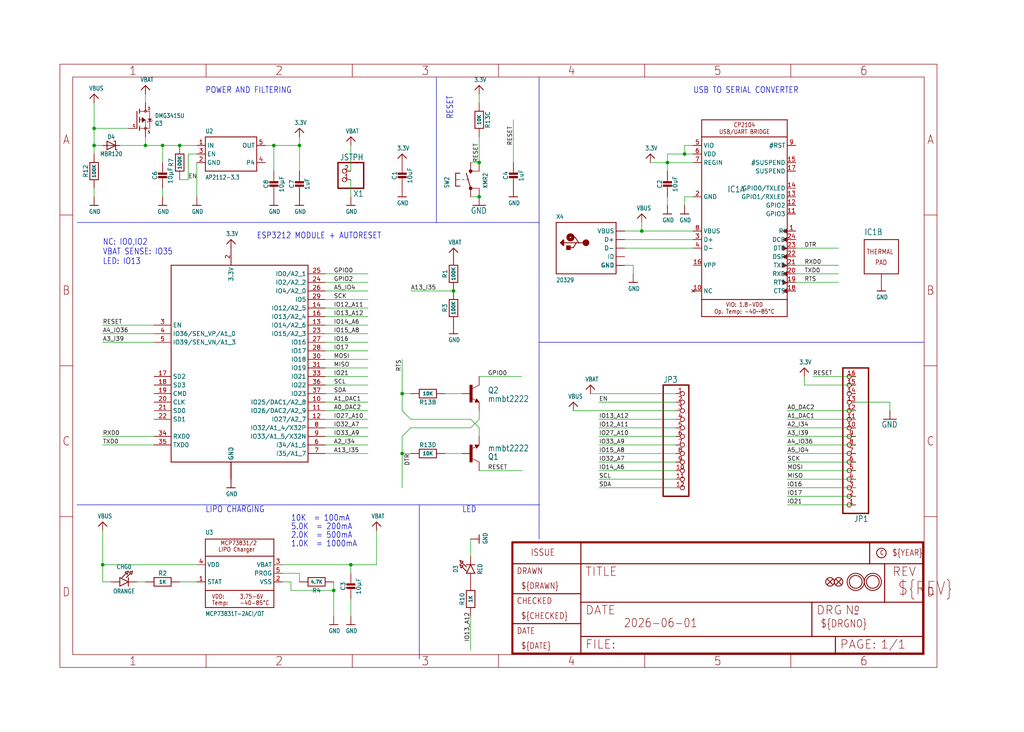
<source format=kicad_sch>
(kicad_sch (version 20230121) (generator eeschema)
  (paper "User" 303.962 217.322)
  (junction (at 99.06 175.26))
  (junction (at 27.94 43.18))
  (junction (at 43.18 43.18))
  (junction (at 203.2 45.72))
  (junction (at 104.14 167.64))
  (junction (at 119.38 134.62))
  (junction (at 81.28 43.18))
  (junction (at 198.12 48.26))
  (junction (at 142.24 58.42))
  (junction (at 88.9 43.18))
  (junction (at 119.38 116.84))
  (junction (at 190.5 68.58))
  (junction (at 48.26 43.18))
  (junction (at 142.24 48.26))
  (junction (at 134.62 86.36))
  (junction (at 27.94 38.1))
  (junction (at 53.34 43.18))
  (junction (at 30.48 167.64))
  (wire (pts (xy 86.36 175.26) (xy 99.06 175.26)) (stroke (width 0.1524)))
  (wire (pts (xy 96.52 83.82) (xy 109.22 83.82)) (stroke (width 0.1524)))
  (wire (pts (xy 139.7 124.46) (xy 121.92 124.46)) (stroke (width 0.1524)))
  (wire (pts (xy 200.66 139.7) (xy 177.8 139.7)) (stroke (width 0.1524)))
  (wire (pts (xy 142.24 121.92) (xy 142.24 124.46)) (stroke (width 0.1524)))
  (polyline (pts (xy 160.02 160.02) (xy 160.02 149.86)) (stroke (width 0.1524) (type solid)))
  (wire (pts (xy 96.52 81.28) (xy 109.22 81.28)) (stroke (width 0.1524)))
  (wire (pts (xy 142.24 40.64) (xy 142.24 48.26)) (stroke (width 0.1524)))
  (wire (pts (xy 254 139.7) (xy 233.68 139.7)) (stroke (width 0.1524)))
  (wire (pts (xy 53.34 53.34) (xy 55.88 53.34)) (stroke (width 0.1524)))
  (wire (pts (xy 200.66 142.24) (xy 177.8 142.24)) (stroke (width 0.1524)))
  (wire (pts (xy 200.66 124.46) (xy 177.8 124.46)) (stroke (width 0.1524)))
  (wire (pts (xy 35.56 43.18) (xy 43.18 43.18)) (stroke (width 0.1524)))
  (wire (pts (xy 81.28 43.18) (xy 88.9 43.18)) (stroke (width 0.1524)))
  (wire (pts (xy 205.74 58.42) (xy 203.2 58.42)) (stroke (width 0.1524)))
  (wire (pts (xy 43.18 27.94) (xy 43.18 30.48)) (stroke (width 0.1524)))
  (wire (pts (xy 198.12 58.42) (xy 198.12 60.96)) (stroke (width 0.1524)))
  (wire (pts (xy 96.52 124.46) (xy 109.22 124.46)) (stroke (width 0.1524)))
  (wire (pts (xy 27.94 58.42) (xy 27.94 55.88)) (stroke (width 0.1524)))
  (wire (pts (xy 81.28 50.8) (xy 81.28 43.18)) (stroke (width 0.1524)))
  (wire (pts (xy 104.14 177.8) (xy 104.14 182.88)) (stroke (width 0.1524)))
  (wire (pts (xy 139.7 165.1) (xy 139.7 160.02)) (stroke (width 0.1524)))
  (wire (pts (xy 254 137.16) (xy 233.68 137.16)) (stroke (width 0.1524)))
  (wire (pts (xy 86.36 172.72) (xy 86.36 175.26)) (stroke (width 0.1524)))
  (wire (pts (xy 78.74 43.18) (xy 81.28 43.18)) (stroke (width 0.1524)))
  (wire (pts (xy 53.34 172.72) (xy 58.42 172.72)) (stroke (width 0.1524)))
  (wire (pts (xy 96.52 127) (xy 109.22 127)) (stroke (width 0.1524)))
  (wire (pts (xy 198.12 45.72) (xy 198.12 48.26)) (stroke (width 0.1524)))
  (wire (pts (xy 88.9 43.18) (xy 88.9 40.64)) (stroke (width 0.1524)))
  (wire (pts (xy 96.52 86.36) (xy 109.22 86.36)) (stroke (width 0.1524)))
  (wire (pts (xy 134.62 86.36) (xy 121.92 86.36)) (stroke (width 0.1524)))
  (wire (pts (xy 200.66 129.54) (xy 177.8 129.54)) (stroke (width 0.1524)))
  (wire (pts (xy 264.16 119.38) (xy 264.16 121.92)) (stroke (width 0.1524)))
  (wire (pts (xy 40.64 172.72) (xy 43.18 172.72)) (stroke (width 0.1524)))
  (wire (pts (xy 27.94 45.72) (xy 27.94 43.18)) (stroke (width 0.1524)))
  (wire (pts (xy 233.68 147.32) (xy 254 147.32)) (stroke (width 0.1524)))
  (wire (pts (xy 96.52 121.92) (xy 109.22 121.92)) (stroke (width 0.1524)))
  (polyline (pts (xy 22.86 66.04) (xy 129.54 66.04)) (stroke (width 0.1524) (type solid)))
  (wire (pts (xy 96.52 99.06) (xy 109.22 99.06)) (stroke (width 0.1524)))
  (wire (pts (xy 236.22 78.74) (xy 248.92 78.74)) (stroke (width 0.1524)))
  (wire (pts (xy 83.82 167.64) (xy 104.14 167.64)) (stroke (width 0.1524)))
  (wire (pts (xy 254 124.46) (xy 233.68 124.46)) (stroke (width 0.1524)))
  (wire (pts (xy 27.94 43.18) (xy 27.94 38.1)) (stroke (width 0.1524)))
  (wire (pts (xy 187.96 78.74) (xy 187.96 81.28)) (stroke (width 0.1524)))
  (wire (pts (xy 185.42 68.58) (xy 190.5 68.58)) (stroke (width 0.1524)))
  (wire (pts (xy 254 119.38) (xy 264.16 119.38)) (stroke (width 0.1524)))
  (wire (pts (xy 205.74 43.18) (xy 203.2 43.18)) (stroke (width 0.1524)))
  (wire (pts (xy 96.52 91.44) (xy 109.22 91.44)) (stroke (width 0.1524)))
  (wire (pts (xy 45.72 129.54) (xy 30.48 129.54)) (stroke (width 0.1524)))
  (wire (pts (xy 152.4 48.26) (xy 152.4 35.56)) (stroke (width 0.1524)))
  (polyline (pts (xy 124.46 149.86) (xy 124.46 195.58)) (stroke (width 0.1524) (type solid)))
  (wire (pts (xy 254 134.62) (xy 233.68 134.62)) (stroke (width 0.1524)))
  (wire (pts (xy 142.24 129.54) (xy 142.24 127)) (stroke (width 0.1524)))
  (wire (pts (xy 254 121.92) (xy 233.68 121.92)) (stroke (width 0.1524)))
  (wire (pts (xy 254 149.86) (xy 233.68 149.86)) (stroke (width 0.1524)))
  (wire (pts (xy 142.24 27.94) (xy 142.24 30.48)) (stroke (width 0.1524)))
  (wire (pts (xy 30.48 132.08) (xy 45.72 132.08)) (stroke (width 0.1524)))
  (wire (pts (xy 96.52 132.08) (xy 109.22 132.08)) (stroke (width 0.1524)))
  (wire (pts (xy 185.42 78.74) (xy 187.96 78.74)) (stroke (width 0.1524)))
  (wire (pts (xy 200.66 121.92) (xy 170.18 121.92)) (stroke (width 0.1524)))
  (wire (pts (xy 185.42 71.12) (xy 205.74 71.12)) (stroke (width 0.1524)))
  (wire (pts (xy 177.8 132.08) (xy 200.66 132.08)) (stroke (width 0.1524)))
  (wire (pts (xy 99.06 175.26) (xy 99.06 182.88)) (stroke (width 0.1524)))
  (wire (pts (xy 203.2 58.42) (xy 203.2 60.96)) (stroke (width 0.1524)))
  (polyline (pts (xy 160.02 66.04) (xy 129.54 66.04)) (stroke (width 0.1524) (type solid)))
  (wire (pts (xy 248.92 83.82) (xy 236.22 83.82)) (stroke (width 0.1524)))
  (polyline (pts (xy 274.32 101.6) (xy 160.02 101.6)) (stroke (width 0.1524) (type solid)))
  (wire (pts (xy 104.14 58.42) (xy 104.14 53.34)) (stroke (width 0.1524)))
  (polyline (pts (xy 160.02 66.04) (xy 160.02 22.86)) (stroke (width 0.1524) (type solid)))
  (wire (pts (xy 177.8 134.62) (xy 200.66 134.62)) (stroke (width 0.1524)))
  (wire (pts (xy 119.38 121.92) (xy 119.38 116.84)) (stroke (width 0.1524)))
  (wire (pts (xy 198.12 48.26) (xy 193.04 48.26)) (stroke (width 0.1524)))
  (wire (pts (xy 185.42 73.66) (xy 205.74 73.66)) (stroke (width 0.1524)))
  (wire (pts (xy 248.92 81.28) (xy 236.22 81.28)) (stroke (width 0.1524)))
  (wire (pts (xy 177.8 119.38) (xy 200.66 119.38)) (stroke (width 0.1524)))
  (polyline (pts (xy 160.02 101.6) (xy 160.02 66.04)) (stroke (width 0.1524) (type solid)))
  (wire (pts (xy 109.22 109.22) (xy 96.52 109.22)) (stroke (width 0.1524)))
  (wire (pts (xy 96.52 106.68) (xy 109.22 106.68)) (stroke (width 0.1524)))
  (wire (pts (xy 96.52 88.9) (xy 109.22 88.9)) (stroke (width 0.1524)))
  (wire (pts (xy 254 132.08) (xy 233.68 132.08)) (stroke (width 0.1524)))
  (wire (pts (xy 83.82 170.18) (xy 88.9 170.18)) (stroke (width 0.1524)))
  (wire (pts (xy 238.76 114.3) (xy 254 114.3)) (stroke (width 0.1524)))
  (wire (pts (xy 254 127) (xy 233.68 127)) (stroke (width 0.1524)))
  (wire (pts (xy 96.52 111.76) (xy 109.22 111.76)) (stroke (width 0.1524)))
  (wire (pts (xy 30.48 157.48) (xy 30.48 167.64)) (stroke (width 0.1524)))
  (wire (pts (xy 177.8 127) (xy 200.66 127)) (stroke (width 0.1524)))
  (wire (pts (xy 238.76 111.76) (xy 238.76 114.3)) (stroke (width 0.1524)))
  (wire (pts (xy 111.76 157.48) (xy 111.76 167.64)) (stroke (width 0.1524)))
  (wire (pts (xy 236.22 73.66) (xy 248.92 73.66)) (stroke (width 0.1524)))
  (wire (pts (xy 104.14 43.18) (xy 104.14 50.8)) (stroke (width 0.1524)))
  (wire (pts (xy 205.74 45.72) (xy 203.2 45.72)) (stroke (width 0.1524)))
  (wire (pts (xy 119.38 116.84) (xy 121.92 116.84)) (stroke (width 0.1524)))
  (wire (pts (xy 233.68 142.24) (xy 254 142.24)) (stroke (width 0.1524)))
  (wire (pts (xy 190.5 68.58) (xy 190.5 66.04)) (stroke (width 0.1524)))
  (wire (pts (xy 96.52 96.52) (xy 109.22 96.52)) (stroke (width 0.1524)))
  (wire (pts (xy 55.88 53.34) (xy 55.88 45.72)) (stroke (width 0.1524)))
  (wire (pts (xy 96.52 134.62) (xy 109.22 134.62)) (stroke (width 0.1524)))
  (wire (pts (xy 177.8 137.16) (xy 200.66 137.16)) (stroke (width 0.1524)))
  (wire (pts (xy 190.5 68.58) (xy 205.74 68.58)) (stroke (width 0.1524)))
  (wire (pts (xy 30.48 43.18) (xy 27.94 43.18)) (stroke (width 0.1524)))
  (wire (pts (xy 198.12 48.26) (xy 198.12 50.8)) (stroke (width 0.1524)))
  (wire (pts (xy 119.38 134.62) (xy 121.92 134.62)) (stroke (width 0.1524)))
  (wire (pts (xy 30.48 172.72) (xy 30.48 167.64)) (stroke (width 0.1524)))
  (wire (pts (xy 233.68 129.54) (xy 254 129.54)) (stroke (width 0.1524)))
  (wire (pts (xy 121.92 124.46) (xy 119.38 121.92)) (stroke (width 0.1524)))
  (wire (pts (xy 58.42 48.26) (xy 58.42 58.42)) (stroke (width 0.1524)))
  (wire (pts (xy 109.22 104.14) (xy 96.52 104.14)) (stroke (width 0.1524)))
  (wire (pts (xy 33.02 172.72) (xy 30.48 172.72)) (stroke (width 0.1524)))
  (wire (pts (xy 137.16 134.62) (xy 132.08 134.62)) (stroke (width 0.1524)))
  (wire (pts (xy 88.9 43.18) (xy 88.9 50.8)) (stroke (width 0.1524)))
  (wire (pts (xy 53.34 43.18) (xy 48.26 43.18)) (stroke (width 0.1524)))
  (wire (pts (xy 139.7 182.88) (xy 139.7 193.04)) (stroke (width 0.1524)))
  (wire (pts (xy 205.74 48.26) (xy 198.12 48.26)) (stroke (width 0.1524)))
  (wire (pts (xy 43.18 40.64) (xy 43.18 43.18)) (stroke (width 0.1524)))
  (wire (pts (xy 45.72 96.52) (xy 30.48 96.52)) (stroke (width 0.1524)))
  (polyline (pts (xy 160.02 149.86) (xy 160.02 101.6)) (stroke (width 0.1524) (type solid)))
  (wire (pts (xy 142.24 124.46) (xy 139.7 127)) (stroke (width 0.1524)))
  (wire (pts (xy 45.72 99.06) (xy 30.48 99.06)) (stroke (width 0.1524)))
  (wire (pts (xy 96.52 101.6) (xy 109.22 101.6)) (stroke (width 0.1524)))
  (wire (pts (xy 142.24 48.26) (xy 139.7 48.26)) (stroke (width 0.1524)))
  (wire (pts (xy 43.18 43.18) (xy 48.26 43.18)) (stroke (width 0.1524)))
  (wire (pts (xy 139.7 58.42) (xy 142.24 58.42)) (stroke (width 0.1524)))
  (polyline (pts (xy 160.02 149.86) (xy 124.46 149.86)) (stroke (width 0.1524) (type solid)))
  (wire (pts (xy 132.08 116.84) (xy 137.16 116.84)) (stroke (width 0.1524)))
  (wire (pts (xy 104.14 167.64) (xy 111.76 167.64)) (stroke (width 0.1524)))
  (wire (pts (xy 58.42 43.18) (xy 53.34 43.18)) (stroke (width 0.1524)))
  (wire (pts (xy 96.52 93.98) (xy 109.22 93.98)) (stroke (width 0.1524)))
  (wire (pts (xy 177.8 144.78) (xy 200.66 144.78)) (stroke (width 0.1524)))
  (wire (pts (xy 30.48 101.6) (xy 45.72 101.6)) (stroke (width 0.1524)))
  (wire (pts (xy 38.1 38.1) (xy 27.94 38.1)) (stroke (width 0.1524)))
  (wire (pts (xy 99.06 172.72) (xy 99.06 175.26)) (stroke (width 0.1524)))
  (wire (pts (xy 83.82 172.72) (xy 86.36 172.72)) (stroke (width 0.1524)))
  (wire (pts (xy 139.7 127) (xy 121.92 127)) (stroke (width 0.1524)))
  (wire (pts (xy 254 111.76) (xy 241.3 111.76)) (stroke (width 0.1524)))
  (wire (pts (xy 48.26 43.18) (xy 48.26 48.26)) (stroke (width 0.1524)))
  (wire (pts (xy 119.38 106.68) (xy 119.38 116.84)) (stroke (width 0.1524)))
  (polyline (pts (xy 124.46 149.86) (xy 22.86 149.86)) (stroke (width 0.1524) (type solid)))
  (wire (pts (xy 203.2 43.18) (xy 203.2 45.72)) (stroke (width 0.1524)))
  (wire (pts (xy 96.52 129.54) (xy 109.22 129.54)) (stroke (width 0.1524)))
  (wire (pts (xy 119.38 134.62) (xy 119.38 144.78)) (stroke (width 0.1524)))
  (wire (pts (xy 30.48 167.64) (xy 58.42 167.64)) (stroke (width 0.1524)))
  (wire (pts (xy 48.26 55.88) (xy 48.26 58.42)) (stroke (width 0.1524)))
  (wire (pts (xy 55.88 45.72) (xy 58.42 45.72)) (stroke (width 0.1524)))
  (wire (pts (xy 203.2 45.72) (xy 198.12 45.72)) (stroke (width 0.1524)))
  (wire (pts (xy 142.24 127) (xy 139.7 124.46)) (stroke (width 0.1524)))
  (wire (pts (xy 96.52 116.84) (xy 109.22 116.84)) (stroke (width 0.1524)))
  (wire (pts (xy 121.92 127) (xy 119.38 129.54)) (stroke (width 0.1524)))
  (wire (pts (xy 96.52 114.3) (xy 109.22 114.3)) (stroke (width 0.1524)))
  (polyline (pts (xy 129.54 66.04) (xy 129.54 22.86)) (stroke (width 0.1524) (type solid)))
  (wire (pts (xy 142.24 111.76) (xy 154.94 111.76)) (stroke (width 0.1524)))
  (wire (pts (xy 254 144.78) (xy 233.68 144.78)) (stroke (width 0.1524)))
  (wire (pts (xy 104.14 170.18) (xy 104.14 167.64)) (stroke (width 0.1524)))
  (wire (pts (xy 154.94 139.7) (xy 142.24 139.7)) (stroke (width 0.1524)))
  (wire (pts (xy 88.9 170.18) (xy 88.9 172.72)) (stroke (width 0.1524)))
  (wire (pts (xy 175.26 116.84) (xy 200.66 116.84)) (stroke (width 0.1524)))
  (wire (pts (xy 96.52 119.38) (xy 109.22 119.38)) (stroke (width 0.1524)))
  (wire (pts (xy 27.94 38.1) (xy 27.94 30.48)) (stroke (width 0.1524)))
  (wire (pts (xy 119.38 129.54) (xy 119.38 134.62)) (stroke (width 0.1524)))
  (text "LED" (at 137.16 152.4 0) (effects (font (size 1.778 1.5113)) (justify left bottom)))
  (text "POWER AND FILTERING" (at 60.96 27.94 0) (effects (font (size 1.778 1.5113)) (justify left bottom)))
  (text "2.0K  = 500mA" (at 86.36 160.02 0) (effects (font (size 1.778 1.5113)) (justify left bottom)))
  (text "NC: IO0,IO2\nVBAT SENSE: IO35\nLED: IO13" (at 30.48 78.74 0) (effects (font (size 1.778 1.5113)) (justify left bottom)))
  (text "RESET" (at 134.62 35.56 90) (effects (font (size 1.778 1.5113)) (justify left bottom)))
  (text "ESP3212 MODULE + AUTORESET" (at 76.2 71.12 0) (effects (font (size 1.778 1.5113)) (justify left bottom)))
  (text "5.0K  = 200mA" (at 86.36 157.48 0) (effects (font (size 1.778 1.5113)) (justify left bottom)))
  (text "10K  = 100mA" (at 86.36 154.94 0) (effects (font (size 1.778 1.5113)) (justify left bottom)))
  (text "USB TO SERIAL CONVERTER" (at 205.74 27.94 0) (effects (font (size 1.778 1.5113)) (justify left bottom)))
  (text "1.0K  = 1000mA" (at 86.36 162.56 0) (effects (font (size 1.778 1.5113)) (justify left bottom)))
  (text "LIPO CHARGING" (at 60.96 152.4 0) (effects (font (size 1.778 1.5113)) (justify left bottom)))
  (label "DTR" (at 121.92 134.62 270) (effects (font (size 1.2446 1.2446))))
  (label "IO21" (at 99.06 111.76 0) (effects (font (size 1.2446 1.2446))))
  (label "EN" (at 177.8 119.38 0) (effects (font (size 1.2446 1.2446))))
  (label "MOSI" (at 233.68 139.7 0) (effects (font (size 1.2446 1.2446))))
  (label "MISO" (at 233.68 142.24 0) (effects (font (size 1.2446 1.2446))))
  (label "RESET" (at 142.24 48.26 90) (effects (font (size 1.2446 1.2446))))
  (label "RTS" (at 238.76 83.82 0) (effects (font (size 1.2446 1.2446))))
  (label "TXD0" (at 238.76 81.28 0) (effects (font (size 1.2446 1.2446))))
  (label "IO21" (at 233.68 149.86 0) (effects (font (size 1.2446 1.2446))))
  (label "IO32_A7" (at 177.8 137.16 0) (effects (font (size 1.2446 1.2446))))
  (label "RXD0" (at 30.48 129.54 0) (effects (font (size 1.2446 1.2446))))
  (label "RESET" (at 144.78 139.7 0) (effects (font (size 1.2446 1.2446))))
  (label "GPIO0" (at 144.78 111.76 0) (effects (font (size 1.2446 1.2446))))
  (label "A2_I34" (at 233.68 127 0) (effects (font (size 1.2446 1.2446))))
  (label "IO14_A6" (at 177.8 139.7 0) (effects (font (size 1.2446 1.2446))))
  (label "IO13_A12" (at 139.7 190.5 90) (effects (font (size 1.2446 1.2446))))
  (label "RTS" (at 119.38 106.68 270) (effects (font (size 1.2446 1.2446))))
  (label "DTR" (at 238.76 73.66 0) (effects (font (size 1.2446 1.2446))))
  (label "A2_I34" (at 99.06 132.08 0) (effects (font (size 1.2446 1.2446))))
  (label "A3_I39" (at 233.68 129.54 0) (effects (font (size 1.2446 1.2446))))
  (label "A5_IO4" (at 99.06 86.36 0) (effects (font (size 1.2446 1.2446))))
  (label "SDA" (at 177.8 144.78 0) (effects (font (size 1.2446 1.2446))))
  (label "A4_IO36" (at 30.48 99.06 0) (effects (font (size 1.2446 1.2446))))
  (label "SDA" (at 99.06 116.84 0) (effects (font (size 1.2446 1.2446))))
  (label "IO13_A12" (at 99.06 93.98 0) (effects (font (size 1.2446 1.2446))))
  (label "IO17" (at 99.06 104.14 0) (effects (font (size 1.2446 1.2446))))
  (label "SCL" (at 99.06 114.3 0) (effects (font (size 1.2446 1.2446))))
  (label "A4_IO36" (at 233.68 132.08 0) (effects (font (size 1.2446 1.2446))))
  (label "IO16" (at 233.68 144.78 0) (effects (font (size 1.2446 1.2446))))
  (label "A13_I35" (at 121.92 86.36 0) (effects (font (size 1.2446 1.2446))))
  (label "RXD0" (at 238.76 78.74 0) (effects (font (size 1.2446 1.2446))))
  (label "RESET" (at 152.4 43.18 90) (effects (font (size 1.2446 1.2446))))
  (label "IO15_A8" (at 177.8 134.62 0) (effects (font (size 1.2446 1.2446))))
  (label "TXD0" (at 30.48 132.08 0) (effects (font (size 1.2446 1.2446))))
  (label "A13_I35" (at 99.06 134.62 0) (effects (font (size 1.2446 1.2446))))
  (label "IO17" (at 233.68 147.32 0) (effects (font (size 1.2446 1.2446))))
  (label "IO16" (at 99.06 101.6 0) (effects (font (size 1.2446 1.2446))))
  (label "IO12_A11" (at 177.8 127 0) (effects (font (size 1.2446 1.2446))))
  (label "MOSI" (at 99.06 106.68 0) (effects (font (size 1.2446 1.2446))))
  (label "IO32_A7" (at 99.06 127 0) (effects (font (size 1.2446 1.2446))))
  (label "SCK" (at 233.68 137.16 0) (effects (font (size 1.2446 1.2446))))
  (label "IO15_A8" (at 99.06 99.06 0) (effects (font (size 1.2446 1.2446))))
  (label "IO33_A9" (at 99.06 129.54 0) (effects (font (size 1.2446 1.2446))))
  (label "GPIO2" (at 99.06 83.82 0) (effects (font (size 1.2446 1.2446))))
  (label "A1_DAC1" (at 99.06 119.38 0) (effects (font (size 1.2446 1.2446))))
  (label "SCK" (at 99.06 88.9 0) (effects (font (size 1.2446 1.2446))))
  (label "A0_DAC2" (at 233.68 121.92 0) (effects (font (size 1.2446 1.2446))))
  (label "MISO" (at 99.06 109.22 0) (effects (font (size 1.2446 1.2446))))
  (label "RESET" (at 241.3 111.76 0) (effects (font (size 1.2446 1.2446))))
  (label "IO27_A10" (at 177.8 129.54 0) (effects (font (size 1.2446 1.2446))))
  (label "IO33_A9" (at 177.8 132.08 0) (effects (font (size 1.2446 1.2446))))
  (label "IO12_A11" (at 99.06 91.44 0) (effects (font (size 1.2446 1.2446))))
  (label "A1_DAC1" (at 233.68 124.46 0) (effects (font (size 1.2446 1.2446))))
  (label "GPIO0" (at 99.06 81.28 0) (effects (font (size 1.2446 1.2446))))
  (label "SCL" (at 177.8 142.24 0) (effects (font (size 1.2446 1.2446))))
  (label "A3_I39" (at 30.48 101.6 0) (effects (font (size 1.2446 1.2446))))
  (label "A5_IO4" (at 233.68 134.62 0) (effects (font (size 1.2446 1.2446))))
  (label "EN" (at 55.88 53.34 0) (effects (font (size 1.2446 1.2446))))
  (label "IO13_A12" (at 177.8 124.46 0) (effects (font (size 1.2446 1.2446))))
  (label "RESET" (at 30.48 96.52 0) (effects (font (size 1.2446 1.2446))))
  (label "IO14_A6" (at 99.06 96.52 0) (effects (font (size 1.2446 1.2446))))
  (label "IO27_A10" (at 99.06 124.46 0) (effects (font (size 1.2446 1.2446))))
  (label "A0_DAC2" (at 99.06 121.92 0) (effects (font (size 1.2446 1.2446))))
  (symbol (lib_id "working-eagle-import:FIDUCIAL_1MM") (at 246.38 172.72 0) (unit 1)
    (property "Reference" "U$35" (effects hide))
    (property "Value" "FIDUCIAL_1MM" (effects hide))
    (property "Footprint" "working:FIDUCIAL_1MM" (effects hide))
  )
  (symbol (lib_id "working-eagle-import:MCP73831/2") (at 71.12 170.18 0) (unit 1)
    (property "Reference" "U3" (at 60.96 158.75 0) (effects (font (size 1.27 1.0795)) (justify left bottom)))
    (property "Value" "MCP73831T-2ACI/OT" (at 60.96 182.88 0) (effects (font (size 1.27 1.0795)) (justify left bottom)))
    (property "Footprint" "working:SOT23-5" (effects hide))
  )
  (symbol (lib_id "working-eagle-import:MOUNTINGHOLE2.5") (at 254 172.72 0) (unit 1)
    (property "Reference" "U$31" (effects hide))
    (property "Value" "MOUNTINGHOLE2.5" (effects hide))
    (property "Footprint" "working:MOUNTINGHOLE_2.5_PLATED" (effects hide))
  )
  (symbol (lib_id "working-eagle-import:3.3V") (at 142.24 25.4 0) (unit 1)
    (property "Reference" "#U$5" (effects hide))
    (property "Value" "3.3V" (at 140.716 24.384 0) (effects (font (size 1.27 1.0795)) (justify left bottom)))
  )
  (symbol (lib_id "working-eagle-import:VBAT") (at 175.26 114.3 0) (unit 1)
    (property "Reference" "#U$20" (effects hide))
    (property "Value" "VBAT" (at 173.736 113.284 0) (effects (font (size 1.27 1.0795)) (justify left bottom)))
  )
  (symbol (lib_id "working-eagle-import:GND") (at 187.96 83.82 0) (unit 1)
    (property "Reference" "#U$11" (effects hide))
    (property "Value" "GND" (at 186.436 86.36 0) (effects (font (size 1.27 1.0795)) (justify left bottom)))
  )
  (symbol (lib_id "working-eagle-import:VBUS") (at 30.48 154.94 0) (unit 1)
    (property "Reference" "#U$38" (effects hide))
    (property "Value" "VBUS" (at 28.956 153.924 0) (effects (font (size 1.27 1.0795)) (justify left bottom)))
  )
  (symbol (lib_id "working-eagle-import:RESISTOR_0603_NOOUT") (at 48.26 172.72 0) (unit 1)
    (property "Reference" "R2" (at 48.26 170.18 0))
    (property "Value" "1K" (at 48.26 172.72 0) (effects (font (size 1.016 1.016) bold)))
    (property "Footprint" "working:0603-NO" (effects hide))
  )
  (symbol (lib_id "working-eagle-import:GND") (at 198.12 63.5 0) (unit 1)
    (property "Reference" "#U$17" (effects hide))
    (property "Value" "GND" (at 196.596 66.04 0) (effects (font (size 1.27 1.0795)) (justify left bottom)))
  )
  (symbol (lib_id "working-eagle-import:CAP_CERAMIC0805-NOOUTLINE") (at 48.26 53.34 0) (unit 1)
    (property "Reference" "C6" (at 45.97 52.09 90))
    (property "Value" "10µF" (at 50.56 52.09 90))
    (property "Footprint" "working:0805-NO" (effects hide))
  )
  (symbol (lib_id "working-eagle-import:LED0805_NOOUTLINE") (at 139.7 167.64 90) (unit 1)
    (property "Reference" "D3" (at 135.255 168.91 0) (effects (font (size 1.27 1.0795))))
    (property "Value" "RED" (at 142.494 168.91 0) (effects (font (size 1.27 1.0795))))
    (property "Footprint" "working:CHIPLED_0805_NOOUTLINE" (effects hide))
  )
  (symbol (lib_id "working-eagle-import:VBUS") (at 27.94 27.94 0) (unit 1)
    (property "Reference" "#U$3" (effects hide))
    (property "Value" "VBUS" (at 26.416 26.924 0) (effects (font (size 1.27 1.0795)) (justify left bottom)))
  )
  (symbol (lib_id "working-eagle-import:CAP_CERAMIC0805-NOOUTLINE") (at 81.28 55.88 0) (unit 1)
    (property "Reference" "C8" (at 78.99 54.63 90))
    (property "Value" "10µF" (at 83.58 54.63 90))
    (property "Footprint" "working:0805-NO" (effects hide))
  )
  (symbol (lib_id "working-eagle-import:VBAT") (at 134.62 73.66 0) (unit 1)
    (property "Reference" "#U$40" (effects hide))
    (property "Value" "VBAT" (at 133.096 72.644 0) (effects (font (size 1.27 1.0795)) (justify left bottom)))
  )
  (symbol (lib_id "working-eagle-import:RESISTOR_0603_NOOUT") (at 27.94 50.8 90) (unit 1)
    (property "Reference" "R12" (at 25.4 50.8 0))
    (property "Value" "100K" (at 27.94 50.8 0) (effects (font (size 1.016 1.016) bold)))
    (property "Footprint" "working:0603-NO" (effects hide))
  )
  (symbol (lib_id "working-eagle-import:MOUNTINGHOLE2.5") (at 259.08 172.72 0) (unit 1)
    (property "Reference" "U$32" (effects hide))
    (property "Value" "MOUNTINGHOLE2.5" (effects hide))
    (property "Footprint" "working:MOUNTINGHOLE_2.5_PLATED" (effects hide))
  )
  (symbol (lib_id "working-eagle-import:3.3V") (at 88.9 38.1 0) (unit 1)
    (property "Reference" "#U$10" (effects hide))
    (property "Value" "3.3V" (at 87.376 37.084 0) (effects (font (size 1.27 1.0795)) (justify left bottom)))
  )
  (symbol (lib_id "working-eagle-import:RESISTOR_0603_NOOUT") (at 53.34 48.26 90) (unit 1)
    (property "Reference" "R7" (at 50.8 48.26 0))
    (property "Value" "100K" (at 53.34 48.26 0) (effects (font (size 1.016 1.016) bold)))
    (property "Footprint" "working:0603-NO" (effects hide))
  )
  (symbol (lib_id "working-eagle-import:RESISTOR_0603_NOOUT") (at 134.62 81.28 90) (unit 1)
    (property "Reference" "R1" (at 132.08 81.28 0))
    (property "Value" "100K" (at 134.62 81.28 0) (effects (font (size 1.016 1.016) bold)))
    (property "Footprint" "working:0603-NO" (effects hide))
  )
  (symbol (lib_id "working-eagle-import:VBAT") (at 43.18 25.4 0) (unit 1)
    (property "Reference" "#U$21" (effects hide))
    (property "Value" "VBAT" (at 41.656 24.384 0) (effects (font (size 1.27 1.0795)) (justify left bottom)))
  )
  (symbol (lib_id "working-eagle-import:GND") (at 88.9 60.96 0) (unit 1)
    (property "Reference" "#U$28" (effects hide))
    (property "Value" "GND" (at 87.376 63.5 0) (effects (font (size 1.27 1.0795)) (justify left bottom)))
  )
  (symbol (lib_id "working-eagle-import:GND") (at 27.94 60.96 0) (unit 1)
    (property "Reference" "#U$25" (effects hide))
    (property "Value" "GND" (at 26.416 63.5 0) (effects (font (size 1.27 1.0795)) (justify left bottom)))
  )
  (symbol (lib_id "working-eagle-import:GND") (at 99.06 185.42 0) (unit 1)
    (property "Reference" "#U$36" (effects hide))
    (property "Value" "GND" (at 97.536 187.96 0) (effects (font (size 1.27 1.0795)) (justify left bottom)))
  )
  (symbol (lib_id "working-eagle-import:GND") (at 142.24 160.02 90) (unit 1)
    (property "Reference" "#U$8" (effects hide))
    (property "Value" "GND" (at 144.78 161.544 0) (effects (font (size 1.27 1.0795)) (justify left bottom)))
  )
  (symbol (lib_id "working-eagle-import:supply1_GND") (at 264.16 124.46 0) (unit 1)
    (property "Reference" "#GND4" (effects hide))
    (property "Value" "GND" (at 261.62 127 0) (effects (font (size 1.778 1.5113)) (justify left bottom)))
  )
  (symbol (lib_id "working-eagle-import:3.3V") (at 238.76 109.22 0) (unit 1)
    (property "Reference" "#U$6" (effects hide))
    (property "Value" "3.3V" (at 237.236 108.204 0) (effects (font (size 1.27 1.0795)) (justify left bottom)))
  )
  (symbol (lib_id "working-eagle-import:FIDUCIAL_1MM") (at 248.92 172.72 0) (unit 1)
    (property "Reference" "U$34" (effects hide))
    (property "Value" "FIDUCIAL_1MM" (effects hide))
    (property "Footprint" "working:FIDUCIAL_1MM" (effects hide))
  )
  (symbol (lib_id "working-eagle-import:TRANSISTOR_NPNSOT23-3") (at 139.7 116.84 0) (unit 1)
    (property "Reference" "Q2" (at 144.78 116.84 0) (effects (font (size 1.778 1.5113)) (justify left bottom)))
    (property "Value" "mmbt2222" (at 144.78 119.38 0) (effects (font (size 1.778 1.5113)) (justify left bottom)))
    (property "Footprint" "working:SOT23-3" (effects hide))
  )
  (symbol (lib_id "working-eagle-import:HEADER-1X12_MIN") (at 203.2 132.08 0) (unit 1)
    (property "Reference" "JP3" (at 196.85 113.665 0) (effects (font (size 1.778 1.5113)) (justify left bottom)))
    (property "Value" "HEADER-1X12_MIN" (effects hide))
    (property "Footprint" "working:1X12_ROUND_MIN" (effects hide))
  )
  (symbol (lib_id "working-eagle-import:3.3V") (at 119.38 45.72 0) (unit 1)
    (property "Reference" "#U$2" (effects hide))
    (property "Value" "3.3V" (at 117.856 44.704 0) (effects (font (size 1.27 1.0795)) (justify left bottom)))
  )
  (symbol (lib_id "working-eagle-import:GND") (at 152.4 58.42 0) (unit 1)
    (property "Reference" "#U$42" (effects hide))
    (property "Value" "GND" (at 150.876 60.96 0) (effects (font (size 1.27 1.0795)) (justify left bottom)))
  )
  (symbol (lib_id "working-eagle-import:RESISTOR_4PACK") (at 127 134.62 0) (unit 4)
    (property "Reference" "R13" (at 127 132.08 0))
    (property "Value" "10K" (at 127 134.62 0) (effects (font (size 1.016 1.016) bold)))
    (property "Footprint" "working:RESPACK_4X0603" (effects hide))
  )
  (symbol (lib_id "working-eagle-import:GND") (at 203.2 63.5 0) (unit 1)
    (property "Reference" "#U$12" (effects hide))
    (property "Value" "GND" (at 201.676 66.04 0) (effects (font (size 1.27 1.0795)) (justify left bottom)))
  )
  (symbol (lib_id "working-eagle-import:DIODE-SCHOTTKYSOD-123") (at 33.02 43.18 0) (unit 1)
    (property "Reference" "D4" (at 33.02 40.64 0) (effects (font (size 1.27 1.0795))))
    (property "Value" "MBR120" (at 33.02 45.68 0) (effects (font (size 1.27 1.0795))))
    (property "Footprint" "working:SOD-123" (effects hide))
  )
  (symbol (lib_id "working-eagle-import:GND") (at 58.42 60.96 0) (unit 1)
    (property "Reference" "#U$30" (effects hide))
    (property "Value" "GND" (at 56.896 63.5 0) (effects (font (size 1.27 1.0795)) (justify left bottom)))
  )
  (symbol (lib_id "working-eagle-import:RESISTOR_4PACK") (at 127 116.84 180) (unit 2)
    (property "Reference" "R13" (at 127 119.38 0))
    (property "Value" "10K" (at 127 116.84 0) (effects (font (size 1.016 1.016) bold)))
    (property "Footprint" "working:RESPACK_4X0603" (effects hide))
  )
  (symbol (lib_id "working-eagle-import:CAP_CERAMIC0603_NO") (at 88.9 55.88 0) (unit 1)
    (property "Reference" "C7" (at 86.61 54.63 90))
    (property "Value" "1uF" (at 91.2 54.63 90))
    (property "Footprint" "working:0603-NO" (effects hide))
  )
  (symbol (lib_id "working-eagle-import:RESISTOR_0603_NOOUT") (at 139.7 177.8 90) (unit 1)
    (property "Reference" "R10" (at 137.16 177.8 0))
    (property "Value" "1K" (at 139.7 177.8 0) (effects (font (size 1.016 1.016) bold)))
    (property "Footprint" "working:0603-NO" (effects hide))
  )
  (symbol (lib_id "working-eagle-import:VBUS") (at 190.5 63.5 0) (unit 1)
    (property "Reference" "#U$18" (effects hide))
    (property "Value" "VBUS" (at 188.976 62.484 0) (effects (font (size 1.27 1.0795)) (justify left bottom)))
  )
  (symbol (lib_id "working-eagle-import:RESISTOR_0603_NOOUT") (at 134.62 91.44 90) (unit 1)
    (property "Reference" "R3" (at 132.08 91.44 0))
    (property "Value" "100K" (at 134.62 91.44 0) (effects (font (size 1.016 1.016) bold)))
    (property "Footprint" "working:0603-NO" (effects hide))
  )
  (symbol (lib_id "working-eagle-import:GND") (at 134.62 99.06 0) (unit 1)
    (property "Reference" "#U$41" (effects hide))
    (property "Value" "GND" (at 133.096 101.6 0) (effects (font (size 1.27 1.0795)) (justify left bottom)))
  )
  (symbol (lib_id "working-eagle-import:VBAT") (at 104.14 40.64 0) (unit 1)
    (property "Reference" "#U$16" (effects hide))
    (property "Value" "VBAT" (at 102.616 39.624 0) (effects (font (size 1.27 1.0795)) (justify left bottom)))
  )
  (symbol (lib_id "working-eagle-import:TRANSISTOR_NPNSOT23-3") (at 139.7 134.62 0) (mirror x) (unit 1)
    (property "Reference" "Q1" (at 144.78 134.62 0) (effects (font (size 1.778 1.5113)) (justify left bottom)))
    (property "Value" "mmbt2222" (at 144.78 132.08 0) (effects (font (size 1.778 1.5113)) (justify left bottom)))
    (property "Footprint" "working:SOT23-3" (effects hide))
  )
  (symbol (lib_id "working-eagle-import:USB_MICRO_20329_V2") (at 175.26 73.66 0) (unit 1)
    (property "Reference" "X4" (at 165.1 65.024 0) (effects (font (size 1.27 1.0795)) (justify left bottom)))
    (property "Value" "20329" (at 165.1 83.82 0) (effects (font (size 1.27 1.0795)) (justify left bottom)))
    (property "Footprint" "working:4UCONN_20329_V2" (effects hide))
  )
  (symbol (lib_id "working-eagle-import:CAP_CERAMIC0805-NOOUTLINE") (at 104.14 175.26 0) (unit 1)
    (property "Reference" "C3" (at 101.85 174.01 90))
    (property "Value" "10µF" (at 106.44 174.01 90))
    (property "Footprint" "working:0805-NO" (effects hide))
  )
  (symbol (lib_id "working-eagle-import:LED0805_NOOUTLINE") (at 38.1 172.72 0) (unit 1)
    (property "Reference" "CHG0" (at 36.83 168.275 0) (effects (font (size 1.27 1.0795))))
    (property "Value" "ORANGE" (at 36.83 175.514 0) (effects (font (size 1.27 1.0795))))
    (property "Footprint" "working:CHIPLED_0805_NOOUTLINE" (effects hide))
  )
  (symbol (lib_id "working-eagle-import:GND") (at 81.28 60.96 0) (unit 1)
    (property "Reference" "#U$29" (effects hide))
    (property "Value" "GND" (at 79.756 63.5 0) (effects (font (size 1.27 1.0795)) (justify left bottom)))
  )
  (symbol (lib_id "working-eagle-import:CON_JST_PH_2PIN") (at 101.6 50.8 180) (unit 1)
    (property "Reference" "X1" (at 107.95 56.515 0) (effects (font (size 1.778 1.5113)) (justify left bottom)))
    (property "Value" "JSTPH" (at 107.95 45.72 0) (effects (font (size 1.778 1.5113)) (justify left bottom)))
    (property "Footprint" "working:JSTPH2" (effects hide))
  )
  (symbol (lib_id "working-eagle-import:GND") (at 104.14 60.96 0) (unit 1)
    (property "Reference" "#U$22" (effects hide))
    (property "Value" "GND" (at 102.616 63.5 0) (effects (font (size 1.27 1.0795)) (justify left bottom)))
  )
  (symbol (lib_id "working-eagle-import:FRAME_A4") (at 152.4 195.58 0) (unit 2)
    (property "Reference" "#FRAME1" (effects hide))
    (property "Value" "FRAME_A4" (effects hide))
  )
  (symbol (lib_id "working-eagle-import:HEADER-1X16_MIN") (at 251.46 132.08 180) (unit 1)
    (property "Reference" "JP1" (at 257.81 153.035 0) (effects (font (size 1.778 1.5113)) (justify left bottom)))
    (property "Value" "HEADER-1X16_MIN" (effects hide))
    (property "Footprint" "working:1X16_ROUND_MIN" (effects hide))
  )
  (symbol (lib_id "working-eagle-import:3.3V") (at 193.04 45.72 0) (unit 1)
    (property "Reference" "#U$24" (effects hide))
    (property "Value" "3.3V" (at 191.516 44.704 0) (effects (font (size 1.27 1.0795)) (justify left bottom)))
  )
  (symbol (lib_id "working-eagle-import:CP2104") (at 261.62 76.2 0) (unit 2)
    (property "Reference" "IC1" (at 256.54 69.85 0) (effects (font (size 1.778 1.5113)) (justify left bottom)))
    (property "Value" "CP2104" (effects hide))
    (property "Footprint" "working:QFN24_4MM_SMSC" (effects hide))
  )
  (symbol (lib_id "working-eagle-import:ESP32_WROOM32_SKINNY") (at 68.58 114.3 0) (unit 1)
    (property "Reference" "X2" (effects hide))
    (property "Value" "ESP32_WROOM32_SKINNY" (effects hide))
    (property "Footprint" "working:WROOM32_SKINNY" (effects hide))
  )
  (symbol (lib_id "working-eagle-import:VBAT") (at 111.76 154.94 0) (unit 1)
    (property "Reference" "#U$39" (effects hide))
    (property "Value" "VBAT" (at 110.236 153.924 0) (effects (font (size 1.27 1.0795)) (justify left bottom)))
  )
  (symbol (lib_id "working-eagle-import:RESISTOR_4PACK") (at 142.24 35.56 270) (unit 3)
    (property "Reference" "R13" (at 144.78 35.56 0))
    (property "Value" "10K" (at 142.24 35.56 0) (effects (font (size 1.016 1.016) bold)))
    (property "Footprint" "working:RESPACK_4X0603" (effects hide))
  )
  (symbol (lib_id "working-eagle-import:3.3V") (at 68.58 71.12 0) (unit 1)
    (property "Reference" "#U$26" (effects hide))
    (property "Value" "3.3V" (at 67.056 70.104 0) (effects (font (size 1.27 1.0795)) (justify left bottom)))
  )
  (symbol (lib_id "working-eagle-import:SWITCH_TACT_SMT4.6X2.8") (at 139.7 53.34 90) (unit 1)
    (property "Reference" "SW2" (at 133.35 55.88 0) (effects (font (size 1.27 1.0795)) (justify left bottom)))
    (property "Value" "KMR2" (at 144.78 55.88 0) (effects (font (size 1.27 1.0795)) (justify left bottom)))
    (property "Footprint" "working:BTN_KMR2_4.6X2.8" (effects hide))
  )
  (symbol (lib_id "working-eagle-import:RESISTOR_0603_NOOUT") (at 93.98 172.72 180) (unit 1)
    (property "Reference" "R4" (at 93.98 175.26 0))
    (property "Value" "4.7K" (at 93.98 172.72 0) (effects (font (size 1.016 1.016) bold)))
    (property "Footprint" "working:0603-NO" (effects hide))
  )
  (symbol (lib_id "working-eagle-import:CP2104") (at 220.98 63.5 0) (unit 1)
    (property "Reference" "IC1" (at 215.9 57.15 0) (effects (font (size 1.778 1.5113)) (justify left bottom)))
    (property "Value" "CP2104" (effects hide))
    (property "Footprint" "working:QFN24_4MM_SMSC" (effects hide))
  )
  (symbol (lib_id "working-eagle-import:GND") (at 68.58 144.78 0) (unit 1)
    (property "Reference" "#U$37" (effects hide))
    (property "Value" "GND" (at 67.056 147.32 0) (effects (font (size 1.27 1.0795)) (justify left bottom)))
  )
  (symbol (lib_id "working-eagle-import:FRAME_A4") (at 17.78 198.12 0) (unit 1)
    (property "Reference" "#FRAME1" (effects hide))
    (property "Value" "FRAME_A4" (effects hide))
  )
  (symbol (lib_id "working-eagle-import:MOSFET-P") (at 43.18 35.56 0) (mirror x) (unit 1)
    (property "Reference" "Q3" (at 45.974 35.941 0) (effects (font (size 1.27 1.0795)) (justify left bottom)))
    (property "Value" "DMG3415U" (at 45.974 33.655 0) (effects (font (size 1.27 1.0795)) (justify left bottom)))
    (property "Footprint" "working:SOT23-R" (effects hide))
  )
  (symbol (lib_id "working-eagle-import:CAP_CERAMIC0805-NOOUTLINE") (at 119.38 53.34 0) (unit 1)
    (property "Reference" "C1" (at 117.09 52.09 90))
    (property "Value" "10uF" (at 121.68 52.09 90))
    (property "Footprint" "working:0805-NO" (effects hide))
  )
  (symbol (lib_id "working-eagle-import:GND") (at 119.38 58.42 0) (unit 1)
    (property "Reference" "#U$4" (effects hide))
    (property "Value" "GND" (at 117.856 60.96 0) (effects (font (size 1.27 1.0795)) (justify left bottom)))
  )
  (symbol (lib_id "working-eagle-import:supply1_GND") (at 142.24 60.96 0) (unit 1)
    (property "Reference" "#GND6" (effects hide))
    (property "Value" "GND" (at 139.7 63.5 0) (effects (font (size 1.778 1.5113)) (justify left bottom)))
  )
  (symbol (lib_id "working-eagle-import:CAP_CERAMIC0805-NOOUTLINE") (at 198.12 55.88 0) (unit 1)
    (property "Reference" "C2" (at 195.83 54.63 90))
    (property "Value" "10uF" (at 200.42 54.63 90))
    (property "Footprint" "working:0805-NO" (effects hide))
  )
  (symbol (lib_id "working-eagle-import:GND") (at 48.26 60.96 0) (unit 1)
    (property "Reference" "#U$27" (effects hide))
    (property "Value" "GND" (at 46.736 63.5 0) (effects (font (size 1.27 1.0795)) (justify left bottom)))
  )
  (symbol (lib_id "working-eagle-import:CAP_CERAMIC0603_NO") (at 152.4 53.34 0) (unit 1)
    (property "Reference" "C4" (at 150.11 52.09 90))
    (property "Value" "1uF" (at 154.7 52.09 90))
    (property "Footprint" "working:0603-NO" (effects hide))
  )
  (symbol (lib_id "working-eagle-import:GND") (at 261.62 86.36 0) (unit 1)
    (property "Reference" "#U$1" (effects hide))
    (property "Value" "GND" (at 260.096 88.9 0) (effects (font (size 1.27 1.0795)) (justify left bottom)))
  )
  (symbol (lib_id "working-eagle-import:VREG_SOT23-5") (at 68.58 45.72 0) (unit 1)
    (property "Reference" "U2" (at 60.96 39.624 0) (effects (font (size 1.27 1.0795)) (justify left bottom)))
    (property "Value" "AP2112-3.3" (at 60.96 53.34 0) (effects (font (size 1.27 1.0795)) (justify left bottom)))
    (property "Footprint" "working:SOT23-5" (effects hide))
  )
  (symbol (lib_id "working-eagle-import:VBUS") (at 170.18 119.38 0) (unit 1)
    (property "Reference" "#U$19" (effects hide))
    (property "Value" "VBUS" (at 168.656 118.364 0) (effects (font (size 1.27 1.0795)) (justify left bottom)))
  )
  (symbol (lib_id "working-eagle-import:GND") (at 104.14 185.42 0) (unit 1)
    (property "Reference" "#U$33" (effects hide))
    (property "Value" "GND" (at 102.616 187.96 0) (effects (font (size 1.27 1.0795)) (justify left bottom)))
  )
)
</source>
